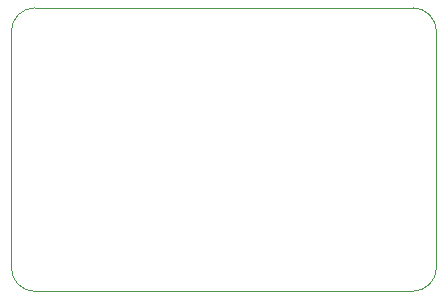
<source format=gbr>
G04 (created by PCBNEW (2013-07-07 BZR 4022)-stable) date 2015/2/26 10:28:25*
%MOIN*%
G04 Gerber Fmt 3.4, Leading zero omitted, Abs format*
%FSLAX34Y34*%
G01*
G70*
G90*
G04 APERTURE LIST*
%ADD10C,0.00590551*%
%ADD11C,0.00393701*%
G04 APERTURE END LIST*
G54D10*
G54D11*
X29133Y-20078D02*
G75*
G03X29921Y-19291I0J787D01*
G74*
G01*
X15748Y-19291D02*
G75*
G03X16535Y-20078I787J0D01*
G74*
G01*
X16535Y-10629D02*
G75*
G03X15748Y-11417I0J-787D01*
G74*
G01*
X29921Y-11417D02*
G75*
G03X29133Y-10629I-787J0D01*
G74*
G01*
X15748Y-11417D02*
X15748Y-19291D01*
X29133Y-20078D02*
X16535Y-20078D01*
X29921Y-11417D02*
X29921Y-19291D01*
X16535Y-10629D02*
X29133Y-10629D01*
M02*

</source>
